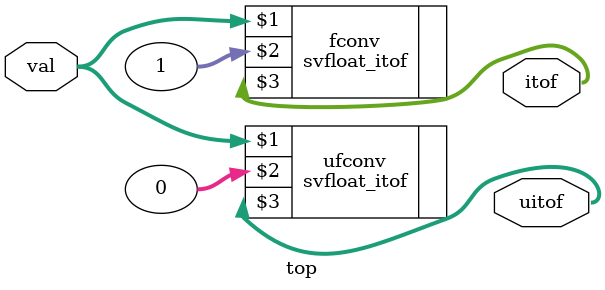
<source format=sv>


`timescale 1ns/1ps



module top(
    input  wire [31:0]  val,
    output logic[31:0]  uitof,
    output logic[31:0]  itof
);
    svfloat_itof ufconv(val, 0, uitof);
    svfloat_itof fconv(val, 1, itof);
endmodule

</source>
